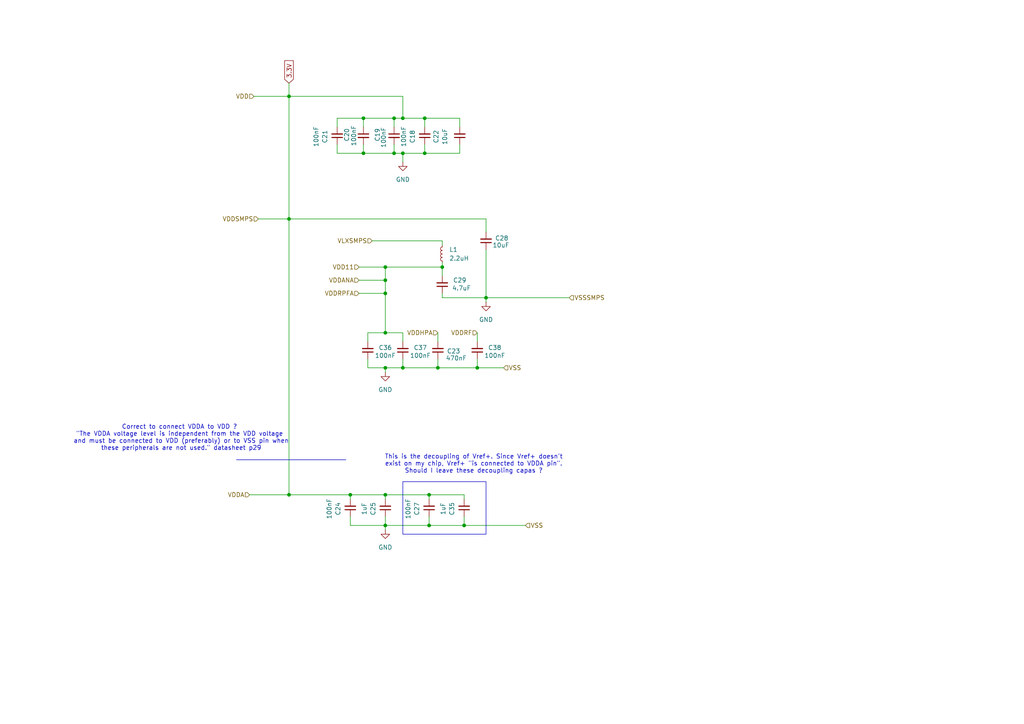
<source format=kicad_sch>
(kicad_sch (version 20250114) (generator "eeschema") (generator_version "9.0")
  (paper "A4")
  (lib_symbols
    (symbol "Device:C_Small" (pin_numbers (hide yes)) (pin_names (offset 0.254) (hide yes))
      (property "Reference" "C" (at 0.254 1.778 0))
      (property "Value" "C_Small" (at 0.254 -2.032 0))
      (symbol "C_Small_0_1"
        (polyline (pts (xy -1.524 0.508) (xy 1.524 0.508)) (stroke (width 0.3048)))
        (polyline (pts (xy -1.524 -0.508) (xy 1.524 -0.508)) (stroke (width 0.3302)))
      )
      (symbol "C_Small_1_1"
        (pin passive line (at 0 2.54 270) (length 2.032) (name "~") (number "1"))
        (pin passive line (at 0 -2.54 90) (length 2.032) (name "~") (number "2"))
      )
    )
    (symbol "Device:L_Small" (pin_numbers (hide yes)) (pin_names (offset 0.254) (hide yes))
      (property "Reference" "L" (at 0.762 1.016 0))
      (property "Value" "L_Small" (at 0.762 -1.016 0))
      (symbol "L_Small_0_1"
        (arc (start 0 2.032) (mid 0.5058 1.524) (end 0 1.016))
        (arc (start 0 1.016) (mid 0.5058 0.508) (end 0 0))
        (arc (start 0 0) (mid 0.5058 -0.508) (end 0 -1.016))
        (arc (start 0 -1.016) (mid 0.5058 -1.524) (end 0 -2.032))
      )
      (symbol "L_Small_1_1"
        (pin passive line (at 0 2.54 270) (length 0.508) (name "~") (number "1"))
        (pin passive line (at 0 -2.54 90) (length 0.508) (name "~") (number "2"))
      )
    )
    (symbol "power:GND" (power) (pin_numbers (hide yes)) (pin_names (offset 0) (hide yes))
      (property "Value" "GND" (at 0 -3.81 0))
      (symbol "GND_0_1"
        (polyline (pts (xy 0 0) (xy 0 -1.27) (xy 1.27 -1.27) (xy 0 -2.54) (xy -1.27 -1.27) (xy 0 -1.27)))
      )
      (symbol "GND_1_1"
        (pin power_in line (at 0 0 270) (length 0) (name "~") (number "1"))
      )
    )
  )
  (text "Correct to connect VDDA to VDD ?\n\"The VDDA voltage level is independent from the VDD voltage\n and must be connected to VDD (preferably) or to VSS pin when\n these peripherals are not used.\" datasheet p29\n" (at 52.07 127 0) (effects (font (size 1.27 1.27))))
  (text "This is the decoupling of Vref+. Since Vref+ doesn't\nexist on my chip, Vref+ \"is connected to VDDA pin\".\nShould I leave these decoupling capas ?" (at 137.414 134.62 0) (effects (font (size 1.27 1.27))))
  (text_box "\n" (at 116.84 139.7 0) (size 24.13 15.24) (margins 0.9525 0.9525 0.9525 0.9525) (effects (font (size 1.27 1.27)) (justify left top)))
  (text_box "" (at 68.58 133.35 0) (size 31.75 0) (margins 0.9525 0.9525 0.9525 0.9525) (effects (font (size 1.27 1.27)) (justify left top)))
  (junction (at 127 106.68))
  (junction (at 101.6 143.51))
  (junction (at 116.84 44.45))
  (junction (at 111.76 106.68))
  (junction (at 124.46 143.51))
  (junction (at 105.41 34.29))
  (junction (at 105.41 44.45))
  (junction (at 128.27 77.47))
  (junction (at 140.97 86.36))
  (junction (at 123.19 34.29))
  (junction (at 111.76 77.47))
  (junction (at 123.19 44.45))
  (junction (at 111.76 96.52))
  (junction (at 111.76 143.51))
  (junction (at 116.84 34.29))
  (junction (at 83.82 27.94))
  (junction (at 124.46 152.4))
  (junction (at 111.76 152.4))
  (junction (at 83.82 63.5))
  (junction (at 114.3 44.45))
  (junction (at 83.82 143.51))
  (junction (at 116.84 106.68))
  (junction (at 138.43 106.68))
  (junction (at 134.62 152.4))
  (junction (at 111.76 81.28))
  (junction (at 111.76 85.09))
  (junction (at 114.3 34.29))
  (wire (pts (xy 128.27 77.47) (xy 111.76 77.47)))
  (wire (pts (xy 111.76 106.68) (xy 111.76 107.95)))
  (wire (pts (xy 83.82 63.5) (xy 83.82 143.51)))
  (wire (pts (xy 104.14 81.28) (xy 111.76 81.28)))
  (wire (pts (xy 138.43 96.52) (xy 138.43 99.06)))
  (wire (pts (xy 73.66 27.94) (xy 83.82 27.94)))
  (wire (pts (xy 105.41 34.29) (xy 97.79 34.29)))
  (wire (pts (xy 127 104.14) (xy 127 106.68)))
  (wire (pts (xy 124.46 143.51) (xy 124.46 144.78)))
  (wire (pts (xy 104.14 77.47) (xy 111.76 77.47)))
  (wire (pts (xy 107.95 69.85) (xy 128.27 69.85)))
  (wire (pts (xy 116.84 27.94) (xy 116.84 34.29)))
  (wire (pts (xy 134.62 152.4) (xy 152.4 152.4)))
  (wire (pts (xy 140.97 67.31) (xy 140.97 63.5)))
  (wire (pts (xy 106.68 96.52) (xy 106.68 99.06)))
  (wire (pts (xy 116.84 106.68) (xy 111.76 106.68)))
  (wire (pts (xy 124.46 143.51) (xy 134.62 143.51)))
  (wire (pts (xy 127 96.52) (xy 127 99.06)))
  (wire (pts (xy 116.84 104.14) (xy 116.84 106.68)))
  (wire (pts (xy 101.6 143.51) (xy 101.6 144.78)))
  (wire (pts (xy 83.82 63.5) (xy 140.97 63.5)))
  (wire (pts (xy 128.27 69.85) (xy 128.27 71.12)))
  (wire (pts (xy 116.84 44.45) (xy 123.19 44.45)))
  (wire (pts (xy 140.97 86.36) (xy 165.1 86.36)))
  (wire (pts (xy 101.6 152.4) (xy 111.76 152.4)))
  (wire (pts (xy 101.6 149.86) (xy 101.6 152.4)))
  (wire (pts (xy 83.82 27.94) (xy 116.84 27.94)))
  (wire (pts (xy 105.41 41.91) (xy 105.41 44.45)))
  (wire (pts (xy 127 106.68) (xy 138.43 106.68)))
  (wire (pts (xy 134.62 149.86) (xy 134.62 152.4)))
  (wire (pts (xy 83.82 27.94) (xy 83.82 63.5)))
  (wire (pts (xy 133.35 34.29) (xy 133.35 36.83)))
  (wire (pts (xy 101.6 143.51) (xy 111.76 143.51)))
  (wire (pts (xy 104.14 85.09) (xy 111.76 85.09)))
  (wire (pts (xy 128.27 86.36) (xy 140.97 86.36)))
  (wire (pts (xy 140.97 72.39) (xy 140.97 86.36)))
  (wire (pts (xy 97.79 34.29) (xy 97.79 36.83)))
  (wire (pts (xy 111.76 143.51) (xy 111.76 144.78)))
  (wire (pts (xy 138.43 106.68) (xy 146.05 106.68)))
  (wire (pts (xy 123.19 34.29) (xy 133.35 34.29)))
  (wire (pts (xy 111.76 152.4) (xy 111.76 149.86)))
  (wire (pts (xy 140.97 86.36) (xy 140.97 87.63)))
  (wire (pts (xy 123.19 36.83) (xy 123.19 34.29)))
  (wire (pts (xy 106.68 104.14) (xy 106.68 106.68)))
  (wire (pts (xy 111.76 143.51) (xy 124.46 143.51)))
  (wire (pts (xy 127 106.68) (xy 116.84 106.68)))
  (wire (pts (xy 116.84 96.52) (xy 116.84 99.06)))
  (wire (pts (xy 106.68 96.52) (xy 111.76 96.52)))
  (wire (pts (xy 97.79 44.45) (xy 97.79 41.91)))
  (wire (pts (xy 105.41 34.29) (xy 105.41 36.83)))
  (wire (pts (xy 83.82 143.51) (xy 101.6 143.51)))
  (wire (pts (xy 116.84 44.45) (xy 116.84 46.99)))
  (wire (pts (xy 111.76 96.52) (xy 116.84 96.52)))
  (wire (pts (xy 111.76 85.09) (xy 111.76 96.52)))
  (wire (pts (xy 128.27 77.47) (xy 128.27 80.01)))
  (wire (pts (xy 72.39 143.51) (xy 83.82 143.51)))
  (wire (pts (xy 133.35 44.45) (xy 133.35 41.91)))
  (wire (pts (xy 128.27 86.36) (xy 128.27 85.09)))
  (wire (pts (xy 116.84 34.29) (xy 114.3 34.29)))
  (wire (pts (xy 134.62 143.51) (xy 134.62 144.78)))
  (wire (pts (xy 114.3 34.29) (xy 114.3 36.83)))
  (wire (pts (xy 105.41 34.29) (xy 114.3 34.29)))
  (wire (pts (xy 111.76 81.28) (xy 111.76 85.09)))
  (wire (pts (xy 97.79 44.45) (xy 105.41 44.45)))
  (wire (pts (xy 111.76 153.67) (xy 111.76 152.4)))
  (wire (pts (xy 123.19 44.45) (xy 133.35 44.45)))
  (wire (pts (xy 128.27 76.2) (xy 128.27 77.47)))
  (wire (pts (xy 116.84 44.45) (xy 114.3 44.45)))
  (wire (pts (xy 123.19 41.91) (xy 123.19 44.45)))
  (wire (pts (xy 105.41 44.45) (xy 114.3 44.45)))
  (wire (pts (xy 111.76 106.68) (xy 106.68 106.68)))
  (wire (pts (xy 134.62 152.4) (xy 124.46 152.4)))
  (wire (pts (xy 111.76 152.4) (xy 124.46 152.4)))
  (wire (pts (xy 114.3 41.91) (xy 114.3 44.45)))
  (wire (pts (xy 123.19 34.29) (xy 116.84 34.29)))
  (wire (pts (xy 138.43 104.14) (xy 138.43 106.68)))
  (wire (pts (xy 124.46 149.86) (xy 124.46 152.4)))
  (wire (pts (xy 83.82 24.13) (xy 83.82 27.94)))
  (wire (pts (xy 74.93 63.5) (xy 83.82 63.5)))
  (wire (pts (xy 111.76 77.47) (xy 111.76 81.28)))
  (global_label "3.3V" (shape input) (at 83.82 24.13 90) (property "Intersheetrefs" "${INTERSHEET_REFS}" (effects (hide yes))))
  (hierarchical_label "VSS" (shape input) (at 146.05 106.68 0))
  (hierarchical_label "VDDANA" (shape input) (at 104.14 81.28 180))
  (hierarchical_label "VDD" (shape input) (at 73.66 27.94 180))
  (hierarchical_label "VDDRF" (shape input) (at 138.43 96.52 180))
  (hierarchical_label "VSSSMPS" (shape input) (at 165.1 86.36 0))
  (hierarchical_label "VDDRPFA" (shape input) (at 104.14 85.09 180))
  (hierarchical_label "VDD11" (shape input) (at 104.14 77.47 180))
  (hierarchical_label "VDDHPA" (shape input) (at 127 96.52 180))
  (hierarchical_label "VDDSMPS" (shape input) (at 74.93 63.5 180))
  (hierarchical_label "VLXSMPS" (shape input) (at 107.95 69.85 180))
  (hierarchical_label "VDDA" (shape input) (at 72.39 143.51 180))
  (hierarchical_label "VSS" (shape input) (at 152.4 152.4 0))
  (symbol (lib_id "Device:C_Small") (at 138.43 101.6 180) (unit 1)
    (property "Reference" "C38" (at 143.51 100.838 0))
    (property "Value" "100nF" (at 143.51 103.124 0))
    (property "Description" "Unpolarized capacitor, small symbol" (effects (hide yes)))
  )
  (symbol (lib_id "Device:C_Small") (at 111.76 147.32 180) (unit 1)
    (property "Reference" "C25" (at 108.204 147.574 90))
    (property "Value" "1uF" (at 105.664 147.574 90))
    (property "Description" "Unpolarized capacitor, small symbol" (effects (hide yes)))
  )
  (symbol (lib_id "Device:L_Small") (at 128.27 73.66 180) (unit 1)
    (property "Reference" "L1" (at 130.302 72.39 0) (effects (justify right)))
    (property "Value" "2.2uH" (at 130.302 74.93 0) (effects (justify right)))
    (property "Description" "Inductor, small symbol" (effects (hide yes)))
  )
  (symbol (lib_id "Device:C_Small") (at 123.19 39.37 180) (unit 1)
    (property "Reference" "C18" (at 119.634 39.624 90))
    (property "Value" "100nF" (at 117.094 39.624 90))
    (property "Description" "Unpolarized capacitor, small symbol" (effects (hide yes)))
  )
  (symbol (lib_id "Device:C_Small") (at 124.46 147.32 180) (unit 1)
    (property "Reference" "C27" (at 120.904 147.574 90))
    (property "Value" "100nF" (at 118.364 147.574 90))
    (property "Description" "Unpolarized capacitor, small symbol" (effects (hide yes)))
  )
  (symbol (lib_id "Device:C_Small") (at 114.3 39.37 0) (unit 1)
    (property "Reference" "C19" (at 109.474 39.116 90))
    (property "Value" "100nF" (at 111.252 39.878 90))
    (property "Description" "Unpolarized capacitor, small symbol" (effects (hide yes)))
  )
  (symbol (lib_id "Device:C_Small") (at 128.27 82.55 180) (unit 1)
    (property "Reference" "C29" (at 133.35 81.28 0))
    (property "Value" "4.7uF" (at 133.858 83.566 0))
    (property "Description" "Unpolarized capacitor, small symbol" (effects (hide yes)))
  )
  (symbol (lib_id "power:GND") (at 111.76 107.95 0) (unit 1)
    (property "Reference" "#PWR03" (effects (hide yes)))
    (property "Value" "GND" (at 111.76 113.03 0))
    (property "Description" "Power symbol creates a global label with name \"GND\" , ground" (effects (hide yes)))
  )
  (symbol (lib_id "Device:C_Small") (at 106.68 101.6 180) (unit 1)
    (property "Reference" "C36" (at 111.76 100.838 0))
    (property "Value" "100nF" (at 111.76 103.124 0))
    (property "Description" "Unpolarized capacitor, small symbol" (effects (hide yes)))
  )
  (symbol (lib_id "Device:C_Small") (at 134.62 147.32 180) (unit 1)
    (property "Reference" "C35" (at 131.064 147.574 90))
    (property "Value" "1uF" (at 128.524 147.574 90))
    (property "Description" "Unpolarized capacitor, small symbol" (effects (hide yes)))
  )
  (symbol (lib_id "Device:C_Small") (at 97.79 39.37 180) (unit 1)
    (property "Reference" "C21" (at 94.234 39.624 90))
    (property "Value" "100nF" (at 91.694 39.624 90))
    (property "Description" "Unpolarized capacitor, small symbol" (effects (hide yes)))
  )
  (symbol (lib_id "power:GND") (at 140.97 87.63 0) (unit 1)
    (property "Reference" "#PWR028" (effects (hide yes)))
    (property "Value" "GND" (at 140.97 92.71 0))
    (property "Description" "Power symbol creates a global label with name \"GND\" , ground" (effects (hide yes)))
  )
  (symbol (lib_id "Device:C_Small") (at 133.35 39.37 180) (unit 1)
    (property "Reference" "C22" (at 126.492 39.624 90))
    (property "Value" "10uF" (at 129.032 39.624 90))
    (property "Description" "Unpolarized capacitor, small symbol" (effects (hide yes)))
  )
  (symbol (lib_id "Device:C_Small") (at 127 101.6 180) (unit 1)
    (property "Reference" "C23" (at 131.572 101.854 0))
    (property "Value" "470nF" (at 132.334 103.886 0))
    (property "Description" "Unpolarized capacitor, small symbol" (effects (hide yes)))
  )
  (symbol (lib_id "Device:C_Small") (at 101.6 147.32 180) (unit 1)
    (property "Reference" "C24" (at 98.044 147.574 90))
    (property "Value" "100nF" (at 95.504 147.574 90))
    (property "Description" "Unpolarized capacitor, small symbol" (effects (hide yes)))
  )
  (symbol (lib_id "power:GND") (at 111.76 153.67 0) (unit 1)
    (property "Reference" "#PWR024" (effects (hide yes)))
    (property "Value" "GND" (at 111.76 158.75 0))
    (property "Description" "Power symbol creates a global label with name \"GND\" , ground" (effects (hide yes)))
  )
  (symbol (lib_id "power:GND") (at 116.84 46.99 0) (unit 1)
    (property "Reference" "#PWR025" (effects (hide yes)))
    (property "Value" "GND" (at 116.84 52.07 0))
    (property "Description" "Power symbol creates a global label with name \"GND\" , ground" (effects (hide yes)))
  )
  (symbol (lib_id "Device:C_Small") (at 140.97 69.85 180) (unit 1)
    (property "Reference" "C28" (at 145.542 69.088 0))
    (property "Value" "10uF" (at 145.288 71.12 0))
    (property "Description" "Unpolarized capacitor, small symbol" (effects (hide yes)))
  )
  (symbol (lib_id "Device:C_Small") (at 116.84 101.6 180) (unit 1)
    (property "Reference" "C37" (at 121.92 100.838 0))
    (property "Value" "100nF" (at 121.92 103.124 0))
    (property "Description" "Unpolarized capacitor, small symbol" (effects (hide yes)))
  )
  (symbol (lib_id "Device:C_Small") (at 105.41 39.37 0) (unit 1)
    (property "Reference" "C20" (at 100.584 39.116 90))
    (property "Value" "100nF" (at 102.616 39.37 90))
    (property "Description" "Unpolarized capacitor, small symbol" (effects (hide yes)))
  )
)
</source>
